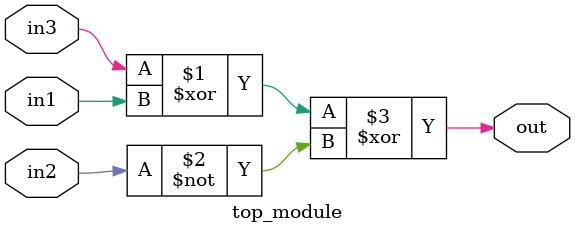
<source format=v>
module top_module(	// file.cleaned.mlir:2:3
  input  in1,	// file.cleaned.mlir:2:28
         in2,	// file.cleaned.mlir:2:42
         in3,	// file.cleaned.mlir:2:56
  output out	// file.cleaned.mlir:2:71
);

  assign out = in3 ^ in1 ^ ~in2;	// file.cleaned.mlir:4:10, :5:5
endmodule


</source>
